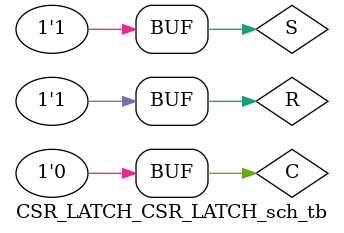
<source format=v>

`timescale 1ns / 1ps

module CSR_LATCH_CSR_LATCH_sch_tb();

// Inputs
   reg C;
   reg S;
   reg R;

// Output
   wire Q;
   wire Qbar;

// Bidirs

// Instantiate the UUT
   CSR_LATCH UUT (
		.Q(Q), 
		.Qbar(Qbar), 
		.C(C), 
		.S(S), 
		.R(R)
   );
// Initialize Inputs
       initial begin
		 C=1;R=1;S=1; #50;
R=1;S=0; #50;
R=1;S=1; #50;
R=0;S=1; #50;
R=1;S=1; #50;
R=0;S=0; #50;
R=1;S=1; #50;	 
C=0;R=1;S=1; #50;
R=1;S=0; #50;
R=1;S=1; #50;
R=0;S=1; #50;
R=1;S=1; #50;
R=0;S=0; #50;
R=1;S=1; #50;
		 end
endmodule

</source>
